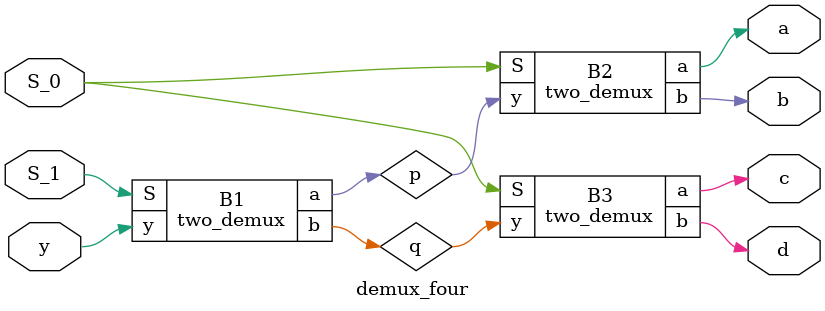
<source format=v>
`timescale 1ns / 1ps

module two_demux(y,S,a,b);
input y,S;
output a,b;
and A1(a,~S,y);
and A2(b,S,y);
endmodule

module demux_four(y,S_0,S_1,a,b,c,d);
input y,S_0,S_1;
output a,b,c,d;
wire p,q;
two_demux B1(y,S_1,p,q);
two_demux B2(p,S_0,a,b);
two_demux B3(q,S_0,c,d);
endmodule

</source>
